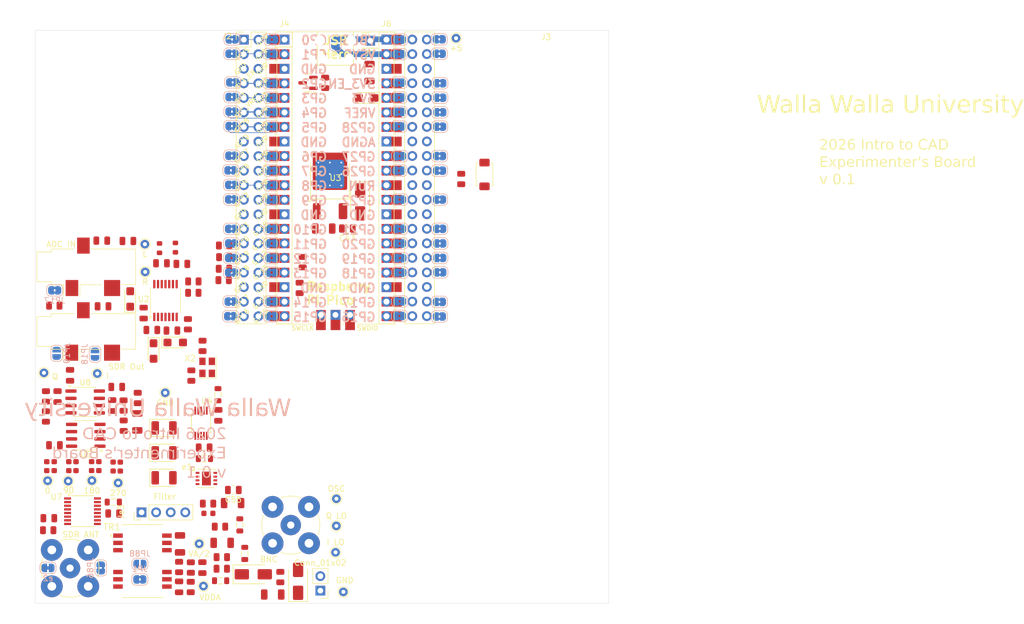
<source format=kicad_pcb>
(kicad_pcb (version 20241229) (generator "pcbnew") (generator_version "9.0")
  (layers (0 "F.Cu" signal) (4 "In1.Cu" signal) (6 "In2.Cu" signal) (2 "B.Cu" signal) (13 "F.Paste" user) (15 "B.Paste" user) (5 "F.SilkS" user "F.Silkscreen") (7 "B.SilkS" user "B.Silkscreen") (1 "F.Mask" user) (3 "B.Mask" user) (25 "Edge.Cuts" user))
  (net 0 "")
  (net 1 "GND")
  (net 2 "+3.3V")
  (net 3 "Net-(JP18-A)")
  (net 4 "Net-(C3-Pad2)")
  (net 5 "Net-(C4-Pad2)")
  (net 6 "Net-(JP86-A)")
  (net 7 "VDDA")
  (net 8 "Net-(U2-VINL)")
  (net 9 "Net-(U2-VINR)")
  (net 10 "/WS")
  (net 11 "Net-(J11-In)")
  (net 12 "Net-(JP86-B)")
  (net 13 "+4.7V")
  (net 14 "Net-(U7-1B2)")
  (net 15 "Net-(U7-1B1)")
  (net 16 "Net-(U8A--)")
  (net 17 "/I")
  (net 18 "/Q")
  (net 19 "Net-(U8B--)")
  (net 20 "Net-(Q1-D)")
  (net 21 "Net-(JP19-B)")
  (net 22 "Net-(C35-Pad1)")
  (net 23 "Net-(e1-SENSE{slash}ADJ)")
  (net 24 "Net-(Q1-G)")
  (net 25 "Net-(C42-Pad1)")
  (net 26 "Net-(U6-VOUT)")
  (net 27 "Net-(D1-Pad1)")
  (net 28 "Net-(J4-Pin_6)")
  (net 29 "Net-(J5-Pin_2)")
  (net 30 "+4.7")
  (net 31 "Net-(FB5-Pad1)")
  (net 32 "Net-(e1-EN)")
  (net 33 "Net-(J2-Pin_35)")
  (net 34 "Net-(J2-Pin_34)")
  (net 35 "Net-(J4-Pin_16)")
  (net 36 "Net-(J4-Pin_17)")
  (net 37 "Net-(J4-Pin_20)")
  (net 38 "/Si5351a/CLK2")
  (net 39 "/Q_CLK")
  (net 40 "/I_CLK")
  (net 41 "Net-(J11-Ext)")
  (net 42 "Net-(JP17-B)")
  (net 43 "Net-(JP88-B)")
  (net 44 "/BCK")
  (net 45 "/DATA")
  (net 46 "Net-(J4-Pin_14)")
  (net 47 "/SDA")
  (net 48 "/SCL")
  (net 49 "Net-(J4-Pin_9)")
  (net 50 "Net-(J4-Pin_5)")
  (net 51 "Net-(J4-Pin_19)")
  (net 52 "/Raspberry_Pi_Pico/3V3_EN")
  (net 53 "/Raspberry_Pi_Pico/RST")
  (net 60 "Net-(U2-VREF)")
  (net 61 "/Raspberry_Pi_Pico/ADC_VREF")
  (net 62 "/Raspberry_Pi_Pico/GPIO28_ADC2")
  (net 63 "/Raspberry_Pi_Pico/GPIO27_ADC1")
  (net 64 "/Raspberry_Pi_Pico/GPIO26_ADC0")
  (net 65 "/Raspberry_Pi_Pico/GPIO22")
  (net 66 "/Raspberry_Pi_Pico/GPIO21")
  (net 67 "/Raspberry_Pi_Pico/GPIO20")
  (net 68 "/Raspberry_Pi_Pico/GPIO19")
  (net 69 "/Raspberry_Pi_Pico/GPIO18")
  (net 70 "/Raspberry_Pi_Pico/GPIO17")
  (net 71 "Net-(U4-VDD)")
  (net 72 "/Raspberry_Pi_Pico/GPIO7")
  (net 73 "/Raspberry_Pi_Pico/GPIO8")
  (net 74 "/Raspberry_Pi_Pico/GPIO12")
  (net 75 "/Raspberry_Pi_Pico/GPIO13")
  (net 76 "Net-(C18-Pad2)")
  (net 77 "Net-(TR1-C_RX)")
  (net 78 "Net-(C21-Pad2)")
  (net 79 "Net-(U5A-+)")
  (net 80 "Net-(U7-VCC)")
  (net 81 "Net-(U5B-+)")
  (net 82 "Net-(C33-Pad1)")
  (net 83 "Net-(C34-Pad1)")
  (net 84 "Net-(U4-VDDO)")
  (net 85 "Net-(J4-Pin_7)")
  (net 86 "Net-(J4-Pin_12)")
  (net 87 "Net-(J2-Pin_15)")
  (net 88 "Net-(J4-Pin_11)")
  (net 89 "Net-(J2-Pin_11)")
  (net 90 "Net-(J4-Pin_2)")
  (net 91 "Net-(J2-Pin_19)")
  (net 92 "Net-(J2-Pin_1)")
  (net 93 "Net-(J2-Pin_16)")
  (net 94 "Net-(J2-Pin_12)")
  (net 95 "Net-(J2-Pin_10)")
  (net 96 "Net-(J2-Pin_2)")
  (net 97 "Net-(J2-Pin_17)")
  (net 98 "Net-(J4-Pin_4)")
  (net 99 "Net-(J2-Pin_20)")
  (net 100 "Net-(J2-Pin_14)")
  (net 101 "Net-(JP1-B)")
  (net 102 "Net-(J4-Pin_1)")
  (net 103 "Net-(J4-Pin_15)")
  (net 104 "Net-(J3-Pin_37)")
  (net 105 "Net-(J3-Pin_36)")
  (net 106 "Net-(J3-Pin_35)")
  (net 107 "Net-(J3-Pin_34)")
  (net 108 "Net-(J3-Pin_32)")
  (net 109 "Net-(J4-Pin_10)")
  (net 110 "Net-(J6-Pin_20)")
  (net 111 "Net-(J6-Pin_16)")
  (net 112 "Net-(J6-Pin_15)")
  (net 113 "Net-(J6-Pin_4)")
  (net 114 "Net-(J6-Pin_9)")
  (net 115 "Net-(J6-Pin_12)")
  (net 116 "Net-(J6-Pin_17)")
  (net 117 "Net-(J3-Pin_1)")
  (net 118 "Net-(J3-Pin_2)")
  (net 119 "Net-(J6-Pin_19)")
  (net 120 "Net-(J6-Pin_14)")
  (net 121 "Net-(J6-Pin_5)")
  (net 122 "Net-(J6-Pin_1)")
  (net 123 "Net-(J6-Pin_10)")
  (net 124 "Net-(J6-Pin_6)")
  (net 125 "Net-(J6-Pin_7)")
  (net 126 "Net-(J6-Pin_2)")
  (net 127 "/Raspberry_Pi_Pico/GPIO4")
  (net 128 "/Raspberry_Pi_Pico/GPIO5")
  (net 129 "Net-(J3-Pin_10)")
  (net 130 "Net-(J3-Pin_12)")
  (net 131 "Net-(J3-Pin_14)")
  (net 132 "Net-(J3-Pin_15)")
  (net 133 "Net-(J3-Pin_16)")
  (net 134 "Net-(J3-Pin_17)")
  (net 135 "Net-(J3-Pin_19)")
  (net 136 "Net-(J3-Pin_20)")
  (net 137 "/FMT")
  (net 138 "Net-(X2-OUT)")
  (net 139 "Net-(J2-Pin_37)")
  (net 140 "Net-(J2-Pin_36)")
  (net 141 "Net-(J2-Pin_32)")
  (net 142 "/LO_CLK")
  (net 143 "/OSC_SDA")
  (net 144 "/OSC_SCL")
  (net 151 "/MD1")
  (net 152 "Net-(U5A--)")
  (net 153 "Net-(U5B--)")
  (net 154 "Net-(U2-LRCK)")
  (net 155 "Net-(U2-BCK)")
  (net 156 "Net-(U2-DOUT)")
  (net 157 "Net-(U2-SCKI)")
  (net 159 "Net-(TR1-RX+)")
  (net 160 "Net-(TR1-RX-)")
  (net 162 "/Raspberry_Pi_Pico/GPIO0")
  (net 163 "/Raspberry_Pi_Pico/GPIO1")
  (net 164 "/Raspberry_Pi_Pico/GPIO2")
  (net 165 "/Raspberry_Pi_Pico/GPIO3")
  (net 166 "/Raspberry_Pi_Pico/GPIO6")
  (net 167 "/Raspberry_Pi_Pico/GPIO9")
  (footprint "PCM_JLCPCB:R_0805" (layer "F.Cu") (at 128.07 124.71 90)
    (property "Reference" "R1" (hide yes))
    (property "Value" "10kΩ")
  )
  (footprint "PCM_JLCPCB:R_0805" (layer "F.Cu") (at 102.8 98.35 90)
    (property "Reference" "R9" (hide yes))
    (property "Value" "47Ω")
  )
  (footprint "PCM_JLCPCB:R_0805" (layer "F.Cu") (at 151.49 40.14 90)
    (property "Reference" "R28" (hide yes))
    (property "Value" "100kΩ")
  )
  (footprint "PCM_JLCPCB:C_0805" (layer "F.Cu") (at 112.76 79.13 180)
    (property "Reference" "C29" (hide yes))
    (property "Value" "1uF")
  )
  (footprint "PCM_JLCPCB:SW_TS-1088-AR02016" (layer "F.Cu") (at 179.27 56.125 90)
    (property "Reference" "S1" (hide yes))
    (property "Value" "Tactile Button, 160gf")
  )
  (footprint "PCM_JLCPCB:TO-252-2_L6.5-W6.1-P4.58-LS10.0-TL" (layer "F.Cu") (at 152.31 59.05 90)
    (property "Reference" "U6" (hide yes))
    (property "Value" "L78M05ABDT-TR")
  )
  (footprint "PCM_JLCPCB:R_0805" (layer "F.Cu") (at 133.47 122.9)
    (property "Reference" "R7" (hide yes))
    (property "Value" "1Ω")
  )
  (footprint "PCM_JLCPCB:C_0603" (layer "F.Cu") (at 112.03 107.015 90)
    (property "Reference" "C22" (hide yes))
    (property "Value" "330pF")
  )
  (footprint "TestPoint:TestPoint_THTPad_D1.5mm_Drill0.7mm" (layer "F.Cu") (at 120.06 68.29)
    (property "Reference" "TP1")
    (property "Value" "L")
  )
  (footprint "Connector_Coaxial:BNC_TEConnectivity_1478204_Vertical" (layer "F.Cu") (at 107.005 124.815)
    (property "Reference" "J11")
    (property "Value" "SDR ANT")
  )
  (footprint "TestPoint:TestPoint_THTPad_D1.5mm_Drill0.7mm" (layer "F.Cu") (at 123.6 94.22)
    (property "Reference" "TP10")
    (property "Value" "GND")
  )
  (footprint "PCM_JLCPCB:R_0805" (layer "F.Cu") (at 127.56 82.26 -90)
    (property "Reference" "R16" (hide yes))
    (property "Value" "33Ω")
  )
  (footprint "PCM_JLCPCB:R_0805" (layer "F.Cu") (at 128.16 91.22 90)
    (property "Reference" "R22" (hide yes))
    (property "Value" "33Ω")
  )
  (footprint "PCM_JLCPCB:C_1206" (layer "F.Cu") (at 142.35 129.42 180)
    (property "Reference" "C42" (hide yes))
    (property "Value" "10uF")
  )
  (footprint "TestPoint:TestPoint_THTPad_D1.5mm_Drill0.7mm" (layer "F.Cu") (at 103.1 109.56)
    (property "Reference" "TP14")
    (property "Value" "0")
  )
  (footprint "Connector_PinHeader_2.54mm:PinHeader_1x04_P2.54mm_Vertical" (layer "F.Cu") (at 119.48 115.08 90)
    (property "Reference" "Je3")
    (property "Value" "Filter")
  )
  (footprint "PCM_JLCPCB:C_0805" (layer "F.Cu") (at 132.86 98.15 90)
    (property "Reference" "C15" (hide yes))
    (property "Value" "100nF")
  )
  (footprint "PCM_JLCPCB:C_0805" (layer "F.Cu") (at 130.39 103.77 180)
    (property "Reference" "C38" (hide yes))
    (property "Value" "100nF")
  )
  (footprint "PCM_JLCPCB:C_0603" (layer "F.Cu") (at 104.25 107.025 90)
    (property "Reference" "C16" (hide yes))
    (property "Value" "330pF")
  )
  (footprint "PCM_JLCPCB:C_0603" (layer "F.Cu") (at 110.77 107.015 90)
    (property "Reference" "C26" (hide yes))
    (property "Value" "330pF")
  )
  (footprint "Connector_PinHeader_2.54mm:PinHeader_1x02_P2.54mm_Vertical" (layer "F.Cu") (at 150.65 128.75 180)
    (property "Reference" "J5")
    (property "Value" "Conn_01x02")
  )
  (footprint "PCM_JLCPCB:R_0805" (layer "F.Cu") (at 130.11 86.04 90)
    (property "Reference" "R19" (hide yes))
    (property "Value" "33Ω")
  )
  (footprint "PCM_JLCPCB:R_0805" (layer "F.Cu") (at 116.34 96.45 90)
    (property "Reference" "R12" (hide yes))
    (property "Value" "10kΩ")
  )
  (footprint "PCM_JLCPCB:C_0805" (layer "F.Cu") (at 126.02 128.08 90)
    (property "Reference" "C20" (hide yes))
    (property "Value" "100nF")
  )
  (footprint "TestPoint:TestPoint_THTPad_D1.5mm_Drill0.7mm" (layer "F.Cu") (at 174.31 32.35)
    (property "Reference" "TP25")
    (property "Value" "+5")
  )
  (footprint "PCM_JLCPCB:R_0805" (layer "F.Cu") (at 104.26 79.01 180)
    (property "Reference" "R14" (hide yes))
    (property "Value" "100Ω")
  )
  (footprint "PCM_JLCPCB:C_1206" (layer "F.Cu") (at 126.18 120.59 90)
    (property "Reference" "C34" (hide yes))
    (property "Value" "10uF")
  )
  (footprint "TestPoint:TestPoint_THTPad_D1.5mm_Drill0.7mm" (layer "F.Cu") (at 154.66 128.96)
    (property "Reference" "TP12")
    (property "Value" "GND")
  )
  (footprint "PCM_JLCPCB:D_SMA" (layer "F.Cu") (at 138.96 125.89)
    (property "Reference" "D1" (hide yes))
    (property "Value" "SS14")
  )
  (footprint "Package_SO:SSOP-16_3.9x4.9mm_P0.635mm" (layer "F.Cu") (at 109.18 114.8825)
    (property "Reference" "U7")
    (property "Value" "SN74CBT3253")
  )
  (footprint "PCM_JLCPCB:R_0805" (layer "F.Cu") (at 103.2 118.2 180)
    (property "Reference" "R30" (hide yes))
    (property "Value" "100Ω")
  )
  (footprint "PCM_JLCPCB:C_1206" (layer "F.Cu") (at 135.35 113.47 180)
    (property "Reference" "C5" (hide yes))
    (property "Value" "10uF")
  )
  (footprint "Capacitor_SMD:C_0805_2012Metric" (layer "F.Cu") (at 155.35 65.56 180)
    (property "Reference" "C43")
    (property "Value" "0.1u")
  )
  (footprint "Intro_to_CAD:PinSocket_2x20_P2.54mm_Vertical_Counterclockwise_pins21-40" (layer "F.Cu") (at 170.06 32.58)
    (property "Reference" "J3")
    (property "Value" "Conn_02x20_Counter_Clockwise")
  )
  (footprint "PCM_JLCPCB:R_0805" (layer "F.Cu") (at 126.02 124.62 90)
    (property "Reference" "R10" (hide yes))
    (property "Value" "1Ω")
  )
  (footprint "PCM_JLCPCB:C_0805" (layer "F.Cu") (at 103.31 116.1)
    (property "Reference" "C1" (hide yes))
    (property "Value" "100nF")
  )
  (footprint "PCM_JLCPCB:C_0805" (layer "F.Cu") (at 119.84 80.31 -90)
    (property "Reference" "C11" (hide yes))
    (property "Value" "100nF")
  )
  (footprint "PCM_JLCPCB:D_SMA" (layer "F.Cu") (at 157.59 60.91 -90)
    (property "Reference" "D3" (hide yes))
    (property "Value" "SS14")
  )
  (footprint "PCM_JLCPCB:C_0603" (layer "F.Cu") (at 106.79 107.025 90)
    (property "Reference" "C19" (hide yes))
    (property "Value" "330pF")
  )
  (footprint "TestPoint:TestPoint_THTPad_D1.5mm_Drill0.7mm" (layer "F.Cu") (at 102.46 90.74)
    (property "Reference" "TP18")
    (property "Value" "Q")
  )
  (footprint "PCM_JLCPCB:R_0805" (layer "F.Cu") (at 143.67 126.38 90)
    (property "Reference" "R21" (hide yes))
    (property "Value" "1Ω")
  )
  (footprint "PCM_JLCPCB:C_0603" (layer "F.Cu") (at 131.13 115.26)
    (property "Reference" "C40" (hide yes))
    (property "Value" "4.7pF")
  )
  (footprint "PCM_JLCPCB:C_0805" (layer "F.Cu") (at 114.36 96.45 90)
    (property "Reference" "C18" (hide yes))
    (property "Value" "100pF")
  )
  (footprint "PCM_JLCPCB:C_0805" (layer "F.Cu") (at 112.54 67.67 180)
    (property "Reference" "C4" (hide yes))
    (property "Value" "1uF")
  )
  (footprint "PCM_JLCPCB:C_CASE-B-3528-21(mm)" (layer "F.Cu") (at 123.4 109.05)
    (property "Reference" "C37" (hide yes))
    (property "Value" "100uF")
  )
  (footprint "PCM_JLCPCB:C_0603" (layer "F.Cu") (at 114.52 107.085 90)
    (property "Reference" "C27" (hide yes))
    (property "Value" "330pF")
  )
  (footprint "PCM_JLCPCB:C_1206" (layer "F.Cu") (at 133.53 120.4)
    (property "Reference" "C35" (hide yes))
    (property "Value" "10uF")
  )
  (footprint "PCM_JLCPCB:R_0805" (layer "F.Cu") (at 133.87 68.52)
    (property "Reference" "R24" (hide yes))
    (property "Value" "100Ω")
  )
  (footprint "PCM_JLCPCB:C_0805" (layer "F.Cu") (at 114.61 115.28 180)
    (property "Reference" "C23" (hide yes))
    (property "Value" "100nF")
  )
  (footprint "Connector_PinSocket_2.54mm:PinSocket_1x20_P2.54mm_Vertical" (layer "F.Cu") (at 162.18 32.6)
    (property "Reference" "J6")
    (property "Value" "Conn_01x20_Socket")
  )
  (footprint "PCM_JLCPCB:Q_SOT-23" (layer "F.Cu") (at 148.5 40.14 180)
    (property "Reference" "Q1" (hide yes))
    (property "Value" "AO3401A")
  )
  (footprint "PCM_JLCPCB:R_0805" (layer "F.Cu") (at 128.51 74.79)
    (property "Reference" "R17" (hide yes))
    (property "Value" "33Ω")
  )
  (footprint "PCM_JLCPCB:R_0805" (layer "F.Cu") (at 133.46 124.92)
    (property "Reference" "R20" (hide yes))
    (property "Value" "1Ω")
  )
  (footprint "PCM_JLCPCB:R_0805" (layer "F.Cu") (at 133.79 74.56)
    (property "Reference" "R25" (hide yes))
    (property "Value" "100Ω")
  )
  (footprint "PCM_JLCPCB:C_CASE-B-3528-21(mm)" (layer "F.Cu") (at 123.4 104.7)
    (property "Reference" "C36" (hide yes))
    (property "Value" "100uF")
  )
  (footprint "PCM_JLCPCB:C_0805" (layer "F.Cu") (at 107.01 91.17 90)
    (property "Reference" "C21" (hide yes))
    (property "Value" "1uF")
  )
  (footprint "Package_SO:MSOP-10_3x3mm_P0.5mm" (layer "F.Cu") (at 129.85 99.53 -90)
    (property "Reference" "U4")
    (property "Value" "MS5351M")
  )
  (footprint "PCM_JLCPCB:C_0805" (layer "F.Cu") (at 122.95 71.62)
    (property "Reference" "C7" (hide yes))
    (property "Value" "2.2nF")
  )
  (footprint "PCM_JLCPCB:R_0805" (layer "F.Cu") (at 133.84 72.58)
    (property "Reference" "R26" (hide yes))
    (property "Value" "100Ω")
  )
  (footprint "TestPoint:TestPoint_THTPad_D1.5mm_Drill0.7mm" (layer "F.Cu") (at 120.11 73.13)
    (property "Reference" "TP2")
    (property "Value" "R")
  )
  (footprint "PCM_JLCPCB:R_0805" (layer "F.Cu") (at 147.04 75.92 90)
    (property "Reference" "R23" (hide yes))
    (property "Value" "4.7kΩ")
  )
  (footprint "PCM_JLCPCB:C_1206" (layer "F.Cu") (at 151.24 65.56)
    (property "Reference" "C41" (hide yes))
    (property "Value" "10uF")
  )
  (footprint "PCM_JLCPCB:C_1206" (layer "F.Cu") (at 118.74 99.3 -90)
    (property "Reference" "C33" (hide yes))
    (property "Value" "10uF")
  )
  (footprint "MCU_RaspberryPi_and_Boards:RPi_Pico_SMD_TH" (layer "F.Cu") (at 153.29 56.73)
    (property "Reference" "U3")
    (property "Value" "Pico")
  )
  (footprint "PCM_JLCPCB:C_CASE-B-3528-21(mm)" (layer "F.Cu") (at 123.4 100.35)
    (property "Reference" "C17" (hide yes))
    (property "Value" "100uF")
  )
  (footprint "PCM_JLCPCB:R_0805" (layer "F.Cu") (at 116.36 99.96 90)
    (property "Reference" "R8" (hide yes))
    (property "Value" "47Ω")
  )
  (footprint "PCM_JLCPCB:C_0805" (layer "F.Cu") (at 115.15 93.2 180)
    (property "Reference" "C30" (hide yes))
    (property "Value" "100nF")
  )
  (footprint "PCM_JLCPCB:R_0603" (layer "F.Cu") (at 125.38 68.89 -90)
    (property "Reference" "R2" (hide yes))
    (property "Value" "430Ω")
  )
  (footprint "PCM_JLCPCB:C_CASE-A-3216-18(mm)" (layer "F.Cu") (at 121.57 86.93 -90)
    (property "Reference" "C9" (hide yes))
    (property "Value" "10uF")
  )
  (footprint "TestPoint:TestPoint_THTPad_D1.5mm_Drill0.7mm" (layer "F.Cu") (at 106.69 109.625)
    (property "Reference" "TP16")
    (property "Value" "90")
  )
  (footprint "TestPoint:TestPoint_THTPad_D1.5mm_Drill0.7mm" (layer "F.Cu") (at 153.44 117.45 180)
    (property "Reference" "TP4")
    (property "Value" "Q LO")
  )
  (footprint "Package_SO:TSSOP-14_4.4x5mm_P0.65mm" (layer "F.Cu") (at 123.65 78.1225 90)
    (property "Reference" "U2")
    (property "Value" "PCM1808PWR")
  )
  (footprint "PCM_JLCPCB:R_0805" (layer "F.Cu") (at 147.57 71.43 -90)
    (property "Reference" "R15" (hide yes))
    (property "Value" "4.7kΩ")
  )
  (footprint "TestPoint:TestPoint_THTPad_D1.5mm_Drill0.7mm" (layer "F.Cu") (at 129.52 120.56)
    (property "Reference" "TP11")
    (property "Value" "VA/2")
  )
  (footprint "PCM_JLCPCB:R_0805" (layer "F.Cu") (at 133.9 70.55)
    (property "Reference" "R27" (hide yes))
    (property "Value" "100Ω")
  )
  (footprint "PCM_JLCPCB:C_1206" (layer "F.Cu") (at 159.22 38.34 -90)
    (property "Reference" "C2" (hide yes))
    (property "Value" "10uF")
  )
  (footprint "PCM_JLCPCB:C_0805" (layer "F.Cu") (at 104.29 103.37)
    (property "Reference" "C31" (hide yes))
    (property "Value" "100nF")
  )
  (footprint "PCM_JLCPCB:FB_0805" (layer "F.Cu") (at 133.26 127.01 180)
    (property "Reference" "FB5" (hide yes))
    (property "Value" "~")
  )
  (footprint "TestPoint:TestPoint_THTPad_D1.5mm_Drill0.7mm" (layer "F.Cu") (at 153.3 122.06 180)
    (property "Reference" "TP3")
    (property "Value" "I LO")
  )
  (footprint "PCM_JLCPCB:R_0805" (layer "F.Cu") (at 133.15 117.58)
    (property "Reference" "R6" (hide yes))
    (property "Value" "12kΩ")
  )
  (footprint "PCM_JLCPCB:FB_0805" (layer "F.Cu") (at 132.8 94.55 90)
    (property "Reference" "FB4" (hide yes))
    (property "Value" "~")
  )
  (footprint "PCM_JLCPCB:C_CASE-A-3216-18(mm)" (layer "F.Cu") (at 117.5 77.85 90)
    (property "Reference" "C44" (hide yes))
    (property "Value" "10uF")
  )
  (footprint "PCM_JLCPCB:C_0603" (layer "F.Cu") (at 108.05 107.025 90)
    (property "Reference" "C25" (hide yes))
    (property "Value" "330pF")
  )
  (footprint "TestPoint:TestPoint_THTPad_D1.5mm_Drill0.7mm" (layer "F.Cu") (at 153.45 112.71 180)
    (property "Reference" "TP5")
    (property "Value" "OSC")
  )
  (footprint "PCM_JLCPCB:C_0603" (layer "F.Cu") (at 102.95 107.025 90)
    (property "Reference" "C14" (hide yes))
    (property "Value" "330pF")
  )
  (footprint "PCM_JLCPCB:R_0805" (layer "F.Cu") (at 131.07 113.56 180)
    (property "Reference" "R5" (hide yes))
    (property "Value" "33kΩ")
  )
  (footprint "Package_DFN_QFN:DFN-8-1EP_3x3mm_P0.65mm_EP1.55x2.4mm" (layer "F.Cu") (at 130.7875 109.17)
    (property "Reference" "e1")
    (property "Value" "SGM2205-ADJXTDB8G/TR")
  )
  (footprint "PCM_JLCPCB:R_0805" (layer "F.Cu") (at 175.21 56.915 90)
    (property "Reference" "R29" (hide yes))
    (property "Value" "20kΩ")
  )
  (footprint "PCM_JLCPCB:R_0805" (layer "F.Cu") (at 128.5 76.77)
    (property "Reference" "R18" (hide yes))
    (property "Value" "33Ω")
  )
  (footprint "PCM_JLCPCB:C_0805" (layer "F.Cu") (at 130.08 124.73 -90)
    (property "Reference" "C32" (hide yes))
    (property "Value" "100nF")
  )
  (footprint "Connector_PinSocket_2.54mm:PinSocket_1x20_P2.54mm_Vertical" (layer "F.Cu") (at 144.4 32.6)
    (property "Reference" "J4")
    (property "Value" "Conn_01x20_Socket")
  )
  (footprint "PCM_JLCPCB:C_0805" (layer "F.Cu") (at 126.5 71.73)
    (property "Reference" "C6" (hide yes))
    (property "Value" "2.2nF")
  )
  (footprint "PCM_JLCPCB:R_0805" (layer "F.Cu") (at 128.05 128.11 90)
    (property "Reference" "R4" (hide yes))
    (property "Value" "10kΩ")
  )
  (footprint "PCM_JLCPCB:FB_0805" (layer "F.Cu") (at 137.47 122.25 90)
    (property "Reference" "FB2" (hide yes))
    (property "Value" "~")
  )
  (footprint "Intro_to_CAD:XFMR_H1102NLT" (layer "F.Cu") (at 119.633 123.59)
    (property "Reference" "TR1")
    (property "Value" "H1102NLT")
  )
  (footprint "Capacitor_SMD:C_0805_2012Metric" (layer "F.Cu") (at 135.48 111.18 180)
    (property "Reference" "C55")
    (property "Value" "0.1u")
  )
  (footprint "Connector_PinHeader_2.54mm:PinHeader_1x01_P2.54mm_Vertical" (layer "F.Cu") (at 159.34 32.79)
    (property "Reference" "J7")
    (property "Value" "Conn_01x01_Pin")
  )
  (footprint "PCM_JLCPCB:R_0805" (layer "F.Cu") (at 102.81 94.85 90)
    (property "Reference" "R13" (hide yes))
    (property "Value" "10kΩ")
  )
  (footprint "TestPoint:TestPoint_THTPad_D1.5mm_Drill0.7mm" (layer "F.Cu") (at 111.76 90.86)
    (property "Reference" "TP17")
    (property "Value" "I")
  )
  (footprint "PCM_JLCPCB:FB_0805" (layer "F.Cu") (at 130.44 105.71 180)
    (property "Reference" "FB1" (hide yes))
    (property "Value" "~")
  )
  (footprint "Connector_Coaxial:BNC_TEConnectivity_1478204_Vertical" (layer "F.Cu") (at 145.495 117.305 180)
    (property "Reference" "J8")
    (property "Value" "BNC")
  )
  (footprint "PCM_JLCPCB:C_0805" (layer "F.Cu") (at 121.27 83.26)
    (property "Reference" "C13" (hide yes))
    (property "Value" "100nF")
  )
  (footprint "PCM_JLCPCB:R_0805" (layer "F.Cu") (at 118.81 95.13 -90)
    (property "Reference" "R11" (hide yes))
    (property "Value" "1Ω")
  )
  (footprint "Oscillator:Oscillator_SMD_Abracon_ASE-4Pin_3.2x2.5mm" (layer "F.Cu") (at 130.915 89.78 90)
    (property "Reference" "X2")
    (property "Value" "YC24.576MUBCE2O")
  )
  (footprint "PCM_JLCPCB:D_SMA" (layer "F.Cu") (at 146.77 127.12 90)
    (property "Reference" "D2" (hide yes))
    (property "Value" "SS14")
  )
  (footprint "TestPoint:TestPoint_THTPad_D1.5mm_Drill0.7mm" (layer "F.Cu") (at 115.4 109.95)
    (property "Reference" "TP7")
    (property "Value" "270")
  )
  (footprint "PCM_JLCPCB:C_0805" (layer "F.Cu") (at 117.1 67.73 180)
    (property "Reference" "C3" (hide yes))
    (property "Value" "1uF")
  )
  (footprint "PCM_JLCPCB:C_0603" (layer "F.Cu") (at 115.77 107.095 90)
    (property "Reference" "C24" (hide yes))
    (property "Value" "330pF")
  )
  (footprint "PCM_JLCPCB:C_CASE-A-3216-18(mm)" (layer "F.Cu") (at 158.73 42.78 180)
    (property "Reference" "C39" (hide yes))
    (property "Value" "10uF")
  )
  (footprint "TestPoint:TestPoint_THTPad_D1.5mm_Drill0.7mm" (layer "F.Cu") (at 110.82 109.535)
    (property "Reference" "TP6")
    (property "Value" "180")
  )
  (footprint "TestPoint:TestPoint_THTPad_D1.5mm_Drill0.7mm" (layer "F.Cu") (at 130.27 127.95)
    (property "Reference" "TP26")
    (property "Value" "VDDA")
  )
  (footprint "Intro_to_CAD:Jack_3.5mm_CUI_SJ-3523-SMT_Horizontal" (layer "F.Cu") (at 109.84 72.24 90)
    (property "Reference" "J1")
    (property "Value" "ADC IN")
  )
  (footprint "PCM_JLCPCB:C_CASE-A-3216-18(mm)" (layer "F.Cu") (at 125.35 85.44)
    (property "Reference" "C8" (hide yes))
    (property "Value" "10uF")
  )
  (footprint "PCM_JLCPCB:FB_0805" (layer "F.Cu") (at 136.61 117.27 -90)
    (property "Reference" "FB6" (hide yes))
    (property "Value" "~")
  )
  (footprint "Package_SO:SOIC-8_3.9x4.9mm_P1.27mm" (layer "F.Cu") (at 109.755 101.635 180)
    (property "Reference" "U5")
    (property "Value" "OPA1612AxD")
  )
  (footprint "PCM_JLCPCB:C_0805" (layer "F.Cu") (at 124.77 83.36 180)
    (property "Reference" "C10" (hide yes))
    (property "Value" "100nF")
  )
  (footprint "Package_SO:SOIC-8_3.9x4.9mm_P1.27mm" (layer "F.Cu") (at 109.645 95.825)
    (property "Reference" "U8")
    (property "Value" "OPA1612AxD")
  )
  (footprint "PCM_JLCPCB:R_0603" (layer "F.Cu") (at 122.61 68.98 -90)
    (property "Reference" "R3" (hide yes))
    (property "Value" "430Ω")
  )
  (footprint "Intro_to_CAD:PinSocket_2x20_P2.54mm_Vertical_pins1-20" (layer "F.Cu") (at 140.69 32.606)
    (property "Reference" "J2")
    (property "Value" "Conn_02x20_Counter_Clockwise")
  )
  (footprint "PCM_JLCPCB:C_0805" (layer "F.Cu") (at 104.83 94.88 90)
    (property "Reference" "C28" (hide yes))
    (property "Value" "100pF")
  )
  (footprint "PCM_JLCPCB:FB_0805" (layer "F.Cu") (at 114.55 113.29)
    (property "Reference" "FB3" (hide yes))
    (property "Value" "~")
  )
  (footprint "Intro_to_CAD:Jack_3.5mm_CUI_SJ-3523-SMT_Horizontal" (layer "F.Cu") (at 109.83 83.52 90)
    (property "Reference" "J12")
    (property "Value" "SDR Out")
  )
  (footprint "Jumper:SolderJumper-2_P1.3mm_Bridged2Bar_RoundedPad1.0x1.5mm" (layer "B.Cu") (at 164.47 68.16 180)
    (property "Reference" "JP45" (hide yes))
    (property "Value" "Jumper_2_Bridged")
  )
  (footprint "Jumper:SolderJumper-2_P1.3mm_Bridged2Bar_RoundedPad1.0x1.5mm" (layer "B.Cu") (at 171.41 78.36 180)
    (property "Reference" "JP33" (hide yes))
    (property "Value" "Jumper_2_Bridged")
  )
  (footprint "Jumper:SolderJumper-2_P1.3mm_Bridged2Bar_RoundedPad1.0x1.5mm" (layer "B.Cu") (at 142.14 47.79 180)
    (property "Reference" "JP56" (hide yes))
    (property "Value" "Jumper_2_Bridged")
  )
  (footprint "Jumper:SolderJumper-2_P1.3mm_Bridged2Bar_RoundedPad1.0x1.5mm" (layer "B.Cu") (at 135.17 65.62 180)
    (property "Reference" "JP78" (hide yes))
    (property "Value" "Jumper_2_Bridged")
  )
  (footprint "Jumper:SolderJumper-2_P1.3mm_Bridged2Bar_RoundedPad1.0x1.5mm" (layer "B.Cu") (at 119.18 126.79 180)
    (property "Reference" "JP1")
    (property "Value" "Jumper_2_Bridged")
  )
  (footprint "Jumper:SolderJumper-2_P1.3mm_Bridged2Bar_RoundedPad1.0x1.5mm" (layer "B.Cu") (at 142.16 55.46 180)
    (property "Reference" "JP58" (hide yes))
    (property "Value" "Jumper_2_Bridged")
  )
  (footprint "Jumper:SolderJumper-2_P1.3mm_Bridged2Bar_RoundedPad1.0x1.5mm" (layer "B.Cu") (at 135.17 60.48 180)
    (property "Reference" "JP77" (hide yes))
    (property "Value" "Jumper_2_Bridged")
  )
  (footprint "Jumper:SolderJumper-2_P1.3mm_Bridged2Bar_RoundedPad1.0x1.5mm" (layer "B.Cu") (at 135.21 52.86 180)
    (property "Reference" "JP74" (hide yes))
    (property "Value" "Jumper_2_Bridged")
  )
  (footprint "Jumper:SolderJumper-2_P1.3mm_Bridged2Bar_RoundedPad1.0x1.5mm" (layer "B.Cu") (at 171.46 47.785 180)
    (property "Reference" "JP25" (hide yes))
    (property "Value" "Jumper_2_Bridged")
  )
  (footprint "Jumper:SolderJumper-2_P1.3mm_Open_RoundedPad1.0x1.5mm" (layer "B.Cu") (at 153.28 33.19 -90)
    (property "Reference" "JP50" (hide yes))
    (property "Value" "USB Only" (hide yes))
  )
  (footprint "Jumper:SolderJumper-2_P1.3mm_Bridged2Bar_RoundedPad1.0x1.5mm" (layer "B.Cu") (at 142.16 80.86 180)
    (property "Reference" "JP66" (hide yes))
    (property "Value" "Jumper_2_Bridged")
  )
  (footprint "Jumper:SolderJumper-2_P1.3mm_Bridged2Bar_RoundedPad1.0x1.5mm" (layer "B.Cu") (at 135.17 68.16 180)
    (property "Reference" "JP79" (hide yes))
    (property "Value" "Jumper_2_Bridged")
  )
  (footprint "Jumper:SolderJumper-2_P1.3mm_Bridged2Bar_RoundedPad1.0x1.5mm" (layer "B.Cu") (at 112.36 124.78 -90)
    (property "Reference" "JP86")
    (property "Value" "Jumper_2_Bridged")
  )
  (footprint "Jumper:SolderJumper-2_P1.3mm_Bridged2Bar_RoundedPad1.0x1.5mm" (layer "B.Cu") (at 135.235 42.61 180)
    (property "Reference" "JP71" (hide yes))
    (property "Value" "Jumper_2_Bridged")
  )
  (footprint "Jumper:SolderJumper-2_P1.3mm_Bridged2Bar_RoundedPad1.0x1.5mm" (layer "B.Cu") (at 135.18 57.94 180)
    (property "Reference" "JP76" (hide yes))
    (property "Value" "Jumper_2_Bridged")
  )
  (footprint "Jumper:SolderJumper-2_P1.3mm_Bridged2Bar_RoundedPad1.0x1.5mm" (layer "B.Cu") (at 171.485 70.685 180)
    (property "Reference" "JP31" (hide yes))
    (property "Value" "Jumper_2_Bridged")
  )
  (footprint "Jumper:SolderJumper-2_P1.3mm_Bridged2Bar_RoundedPad1.0x1.5mm" (layer "B.Cu") (at 135.01 80.86 180)
    (property "Reference" "JP83" (hide yes))
    (property "Value" "Jumper_2_Bridged")
  )
  (footprint "Jumper:SolderJumper-2_P1.3mm_Bridged2Bar_RoundedPad1.0x1.5mm" (layer "B.Cu") (at 164.47 65.61 180)
    (property "Reference" "JP44" (hide yes))
    (property "Value" "Jumper_2_Bridged")
  )
  (footprint "Jumper:SolderJumper-2_P1.3mm_Bridged2Bar_RoundedPad1.0x1.5mm" (layer "B.Cu") (at 171.435 55.46 180)
    (property "Reference" "JP27" (hide yes))
    (property "Value" "Jumper_2_Bridged")
  )
  (footprint "Jumper:SolderJumper-2_P1.3mm_Bridged2Bar_RoundedPad1.0x1.5mm" (layer "B.Cu") (at 135.36 40.06 180)
    (property "Reference" "JP70" (hide yes))
    (property "Value" "Jumper_2_Bridged")
  )
  (footprint "Jumper:SolderJumper-2_P1.3mm_Bridged2Bar_RoundedPad1.0x1.5mm" (layer "B.Cu") (at 142.16 52.92 180)
    (property "Reference" "JP57" (hide yes))
    (property "Value" "Jumper_2_Bridged")
  )
  (footprint "Jumper:SolderJumper-2_P1.3mm_Open_RoundedPad1.0x1.5mm" (layer "B.Cu") (at 111.36 87.48 -90)
    (property "Reference" "JP18")
    (property "Value" "GND_LP_SND")
  )
  (footprint "Jumper:SolderJumper-2_P1.3mm_Bridged2Bar_RoundedPad1.0x1.5mm" (layer "B.Cu") (at 142.16 70.7 180)
    (property "Reference" "JP63" (hide yes))
    (property "Value" "Jumper_2_Bridged")
  )
  (footprint "Jumper:SolderJumper-2_P1.3mm_Bridged2Bar_RoundedPad1.0x1.5mm" (layer "B.Cu") (at 135.235 47.685 180)
    (property "Reference" "JP73" (hide yes))
    (property "Value" "Jumper_2_Bridged")
  )
  (footprint "Jumper:SolderJumper-2_P1.3mm_Bridged2Bar_RoundedPad1.0x1.5mm" (layer "B.Cu") (at 142.15 45.25 180)
    (property "Reference" "JP55" (hide yes))
    (property "Value" "Jumper_2_Bridged")
  )
  (footprint "Jumper:SolderJumper-2_P1.3mm_Bridged2Bar_RoundedPad1.0x1.5mm" (layer "B.Cu") (at 164.47 52.93 180)
    (property "Reference" "JP41" (hide yes))
    (property "Value" "Jumper_2_Bridged")
  )
  (footprint "Jumper:SolderJumper-2_P1.3mm_Bridged_RoundedPad1.0x1.5mm" (layer "B.Cu") (at 103.16 124.78)
    (property "Reference" "e2")
    (property "Value" "Groundloop_Insurance")
  )
  (footprint "Jumper:SolderJumper-2_P1.3mm_Bridged2Bar_RoundedPad1.0x1.5mm" (layer "B.Cu") (at 135.17 70.7 180)
    (property "Reference" "JP80" (hide yes))
    (property "Value" "Jumper_2_Bridged")
  )
  (footprint "Jumper:SolderJumper-2_P1.3mm_Bridged2Bar_RoundedPad1.0x1.5mm" (layer "B.Cu") (at 164.47 60.51 180)
    (property "Reference" "JP43" (hide yes))
    (property "Value" "Jumper_2_Bridged")
  )
  (footprint "Jumper:SolderJumper-2_P1.3mm_Bridged2Bar_RoundedPad1.0x1.5mm" (layer "B.Cu") (at 164.39 45.22 180)
    (property "Reference" "JP39" (hide yes))
    (property "Value" "Jumper_2_Bridged")
  )
  (footprint "Jumper:SolderJumper-2_P1.3mm_Bridged2Bar_RoundedPad1.0x1.5mm" (layer "B.Cu") (at 171.435 52.91 180)
    (property "Reference" "JP26" (hide yes))
    (property "Value" "Jumper_2_Bridged")
  )
  (footprint "Jumper:SolderJumper-2_P1.3mm_Bridged2Bar_RoundedPad1.0x1.5mm" (layer "B.Cu") (at 135.26 32.56 180)
    (property "Reference" "JP67" (hide yes))
    (property "Value" "Jumper_2_Bridged")
  )
  (footprint "Jumper:SolderJumper-2_P1.3mm_Bridged2Bar_RoundedPad1.0x1.5mm" (layer "B.Cu") (at 171.46 65.61 180)
    (property "Reference" "JP29" (hide yes))
    (property "Value" "Jumper_2_Bridged")
  )
  (footprint "Jumper:SolderJumper-2_P1.3mm_Bridged2Bar_RoundedPad1.0x1.5mm" (layer "B.Cu") (at 171.41 80.91 180)
    (property "Reference" "JP34" (hide yes))
    (property "Value" "Jumper_2_Bridged")
  )
  (footprint "Jumper:SolderJumper-2_P1.3mm_Bridged2Bar_RoundedPad1.0x1.5mm" (layer "B.Cu") (at 164.44 80.82 180)
    (property "Reference" "JP49" (hide yes))
    (property "Value" "Jumper_2_Bridged")
  )
  (footprint "Jumper:SolderJumper-2_P1.3mm_Bridged2Bar_RoundedPad1.0x1.5mm" (layer "B.Cu") (at 164.37 35.14 180)
    (property "Reference" "JP36" (hide yes))
    (property "Value" "Jumper_2_Bridged")
  )
  (footprint "Jumper:SolderJumper-2_P1.3mm_Bridged2Bar_RoundedPad1.0x1.5mm" (layer "B.Cu") (at 164.35 47.76 180)
    (property "Reference" "JP40" (hide yes))
    (property "Value" "Jumper_2_Bridged")
  )
  (footprint "Jumper:SolderJumper-2_P1.3mm_Bridged2Bar_RoundedPad1.0x1.5mm" (layer "B.Cu") (at 142.16 78.32 180)
    (property "Reference" "JP65" (hide yes))
    (property "Value" "Jumper_2_Bridged")
  )
  (footprint "Jumper:SolderJumper-2_P1.3mm_Bridged2Bar_RoundedPad1.0x1.5mm" (layer "B.Cu") (at 171.435 60.51 180)
    (property "Reference" "JP28" (hide yes))
    (property "Value" "Jumper_2_Bridged")
  )
  (footprint "Jumper:SolderJumper-2_P1.3mm_Bridged2Bar_RoundedPad1.0x1.5mm" (layer "B.Cu") (at 135.235 35.06 180)
    (property "Reference" "JP68" (hide yes))
    (property "Value" "Jumper_2_Bridged")
  )
  (footprint "Jumper:SolderJumper-2_P1.3mm_Bridged2Bar_RoundedPad1.0x1.5mm" (layer "B.Cu") (at 171.485 73.21 180)
    (property "Reference" "JP32" (hide yes))
    (property "Value" "Jumper_2_Bridged")
  )
  (footprint "Jumper:SolderJumper-2_P1.3mm_Bridged2Bar_RoundedPad1.0x1.5mm" (layer "B.Cu") (at 171.485 68.16 180)
    (property "Reference" "JP30" (hide yes))
    (property "Value" "Jumper_2_Bridged")
  )
  (footprint "Jumper:SolderJumper-2_P1.3mm_Bridged2Bar_RoundedPad1.0x1.5mm" (layer "B.Cu") (at 164.34 55.46 180)
    (property "Reference" "JP42" (hide yes))
    (property "Value" "Jumper_2_Bridged")
  )
  (footprint "Jumper:SolderJumper-2_P1.3mm_Bridged2Bar_RoundedPad1.0x1.5mm" (layer "B.Cu") (at 142.13 42.75 180)
    (property "Reference" "JP54" (hide yes))
    (property "Value" "Jumper_2_Bridged")
  )
  (footprint "Jumper:SolderJumper-2_P1.3mm_Bridged2Bar_RoundedPad1.0x1.5mm" (layer "B.Cu") (at 142.19 32.59 180)
    (property "Reference" "JP51" (hide yes))
    (property "Value" "Jumper_2_Bridged")
  )
  (footprint "Jumper:SolderJumper-2_P1.3mm_Bridged2Bar_RoundedPad1.0x1.5mm" (layer "B.Cu") (at 142.16 68.16 180)
    (property "Reference" "JP62" (hide yes))
    (property "Value" "Jumper_2_Bridged")
  )
  (footprint "Jumper:SolderJumper-2_P1.3mm_Bridged2Bar_RoundedPad1.0x1.5mm" (layer "B.Cu") (at 142.13 40.25 180)
    (property "Reference" "JP53" (hide yes))
    (property "Value" "Jumper_2_Bridged")
  )
  (footprint "Jumper:SolderJumper-2_P1.3mm_Bridged2Bar_RoundedPad1.0x1.5mm" (layer "B.Cu") (at 142.16 60.54 180)
    (property "Reference" "JP60" (hide yes))
    (property "Value" "Jumper_2_Bridged")
  )
  (footprint "Jumper:SolderJumper-2_P1.3mm_Bridged2Bar_RoundedPad1.0x1.5mm" (layer "B.Cu") (at 164.53 73.25 180)
    (property "Reference" "JP47" (hide yes))
    (property "Value" "Jumper_2_Bridged")
  )
  (footprint "Jumper:SolderJumper-2_P1.3mm_Bridged2Bar_RoundedPad1.0x1.5mm" (layer "B.Cu") (at 135.235 45.16 180)
    (property "Reference" "JP72" (hide yes))
    (property "Value" "Jumper_2_Bridged")
  )
  (footprint "Jumper:SolderJumper-2_P1.3mm_Bridged2Bar_RoundedPad1.0x1.5mm" (layer "B.Cu") (at 164.36 42.71 180)
    (property "Reference" "JP38" (hide yes))
    (property "Value" "Jumper_2_Bridged")
  )
  (footprint "Jumper:SolderJumper-2_P1.3mm_Bridged2Bar_RoundedPad1.0x1.5mm" (layer "B.Cu") (at 164.53 70.72 180)
    (property "Reference" "JP46" (hide yes))
    (property "Value" "Jumper_2_Bridged")
  )
  (footprint "Jumper:SolderJumper-2_P1.3mm_Bridged2Bar_RoundedPad1.0x1.5mm" (layer "B.Cu") (at 142.16 65.62 180)
    (property "Reference" "JP61" (hide yes))
    (property "Value" "Jumper_2_Bridged")
  )
  (footprint "Jumper:SolderJumper-2_P1.3mm_Bridged2Bar_RoundedPad1.0x1.5mm" (layer "B.Cu") (at 135.17 73.24 180)
    (property "Reference" "JP81" (hide yes))
    (property "Value" "Jumper_2_Bridged")
  )
  (footprint "Jumper:SolderJumper-2_P1.3mm_Bridged2Bar_RoundedPad1.0x1.5mm" (layer "B.Cu") (at 142.16 73.24 180)
    (property "Reference" "JP64" (hide yes))
    (property "Value" "Jumper_2_Bridged")
  )
  (footprint "Jumper:SolderJumper-2_P1.3mm_Bridged2Bar_RoundedPad1.0x1.5mm" (layer "B.Cu") (at 164.48 78.28 180)
    (property "Reference" "JP48" (hide yes))
    (property "Value" "Jumper_2_Bridged")
  )
  (footprint "Jumper:SolderJumper-2_P1.3mm_Bridged2Bar_RoundedPad1.0x1.5mm" (layer "B.Cu") (at 135.06 55.41 180)
    (property "Reference" "JP75" (hide yes))
    (property "Value" "Jumper_2_Bridged")
  )
  (footprint "Jumper:SolderJumper-2_P1.3mm_Bridged2Bar_RoundedPad1.0x1.5mm" (layer "B.Cu") (at 104.33 76.34)
    (property "Reference" "JP17")
    (property "Value" "Jumper_2_Bridged")
  )
  (footprint "Jumper:SolderJumper-2_P1.3mm_Bridged2Bar_RoundedPad1.0x1.5mm" (layer "B.Cu") (at 171.485 45.285 180)
    (property "Reference" "JP24" (hide yes))
    (property "Value" "Jumper_2_Bridged")
  )
  (footprint "Jumper:SolderJumper-2_P1.3mm_Bridged2Bar_RoundedPad1.0x1.5mm" (layer "B.Cu") (at 142.13 35.1 180)
    (property "Reference" "JP52" (hide yes))
    (property "Value" "Jumper_2_Bridged")
  )
  (footprint "Jumper:SolderJumper-2_P1.3mm_Bridged2Bar_RoundedPad1.0x1.5mm" (layer "B.Cu") (at 171.485 42.735 180)
    (property "Reference" "JP23" (hide yes))
    (property "Value" "Jumper_2_Bridged")
  )
  (footprint "Jumper:SolderJumper-2_P1.3mm_Bridged2Bar_RoundedPad1.0x1.5mm" (layer "B.Cu") (at 171.485 40.21 180)
    (property "Reference" "JP22" (hide yes))
    (property "Value" "Jumper_2_Bridged")
  )
  (footprint "Jumper:SolderJumper-2_P1.3mm_Bridged2Bar_RoundedPad1.0x1.5mm" (layer "B.Cu") (at 142.16 58 180)
    (property "Reference" "JP59" (hide yes))
    (property "Value" "Jumper_2_Bridged")
  )
  (footprint "Jumper:SolderJumper-2_P1.3mm_Bridged2Bar_RoundedPad1.0x1.5mm" (layer "B.Cu") (at 164.39 40.11 180)
    (property "Reference" "JP37" (hide yes))
    (property "Value" "Jumper_2_Bridged")
  )
  (footprint "Jumper:SolderJumper-2_P1.3mm_Bridged2Bar_RoundedPad1.0x1.5mm" (layer "B.Cu") (at 135.085 78.31 180)
    (property "Reference" "JP82" (hide yes))
    (property "Value" "Jumper_2_Bridged")
  )
  (footprint "Jumper:SolderJumper-2_P1.3mm_Bridged2Bar_RoundedPad1.0x1.5mm" (layer "B.Cu") (at 171.385 35.06 180)
    (property "Reference" "JP21" (hide yes))
    (property "Value" "Jumper_2_Bridged")
  )
  (footprint "Jumper:SolderJumper-2_P1.3mm_Bridged2Bar_RoundedPad1.0x1.5mm" (layer "B.Cu") (at 171.385 32.535 180)
    (property "Reference" "JP20" (hide yes))
    (property "Value" "Jumper_2_Bridged")
  )
  (footprint "Jumper:SolderJumper-2_P1.3mm_Bridged2Bar_RoundedPad1.0x1.5mm" (layer "B.Cu") (at 164.45 32.59 180)
    (property "Reference" "JP35" (hide yes))
    (property "Value" "Jumper_2_Bridged")
  )
  (footprint "Jumper:SolderJumper-2_P1.3mm_Open_RoundedPad1.0x1.5mm" (layer "B.Cu") (at 119.19 124.1 180)
    (property "Reference" "JP88")
    (property "Value" "GND_LP_SND")
  )
  (footprint "Jumper:SolderJumper-2_P1.3mm_Open_RoundedPad1.0x1.5mm" (layer "B.Cu") (at 104.67 87.33 90)
    (property "Reference" "JP19")
    (property "Value" "GND_LP_SND")
  )
  (gr_line (start 156.41 37.08) (end 156.43 31.14) (stroke (width 0.15)) (layer "F.SilkS"))
  (gr_line (start 150.12 31.18) (end 150.15 37.08) (stroke (width 0.15)) (layer "F.SilkS"))
  (gr_line (start 150.15 37.08) (end 156.41 37.08) (stroke (width 0.15)) (layer "F.SilkS"))
  (gr_rect (start 100.95 30.95) (end 200.95 130.95) (stroke (width 0.05)) (fill no) (layer "Edge.Cuts"))
  (gr_text "Raspberry\nPi Pico" (at 148.12 78.95 0) (layer "F.SilkS") (effects (font (size 1.5 1.5) (thickness 0.3) (bold yes)) (justify left bottom)))
  (gr_text "2026 Intro to CAD\nExperimenter's Board\nv 0.1" (at 237.63 58.14 0) (layer "F.SilkS") (effects (font (size 1.8 1.8) (thickness 0.2)) (justify left bottom)))
  (gr_text "Walla Walla University" (at 226.77 45.84 0) (layer "F.SilkS") (effects (font (size 3 3)) (justify left bottom)))
  (gr_text "USB\nHere" (at 150.69 36.03 0) (layer "F.SilkS") (effects (font (size 1.5 1.5) (thickness 0.3) (bold yes)) (justify left bottom)))
  (gr_text "VBUS\nVSYS\nGND\n3V3_EN\n3V3\nVREF\nGP28\nAGND\nGP27\nGP26\nRUN\nGP22\nGND\nGP21\nGP20\nGP19\nGP18\nGND\nGP17\nGP16" (at 160.44 81.97 0) (layer "B.SilkS") (effects (font (size 1.58 1.5) (thickness 0.3) (bold yes)) (justify left bottom mirror)))
  (gr_text "Walla Walla University" (at 145.59 98.79 0) (layer "B.SilkS") (effects (font (size 3 3)) (justify left bottom mirror)))
  (gr_text "GP0\nGP1\nGND\nGP2\nGP3\nGP4\nGP5\nGND\nGP6\nGP7\nGP8\nGP9\nGND\nGP10\nGP11\nGP12\nGP13\nGND\nGP14\nGP15" (at 151.99 81.96 0) (layer "B.SilkS") (effects (font (size 1.58 1.5) (thickness 0.3) (bold yes)) (justify left bottom mirror)))
  (gr_text "2026 Intro to CAD\nExperimenter's Board\nv 0.1" (at 134.27 109.38 0) (layer "B.SilkS") (effects (font (size 2 2) (thickness 0.2)) (justify left bottom mirror)))
  (segment (start 153.28 33.84) (end 154.58 35.14) (width 1) (layer "B.Cu") (net 13))
  (segment (start 163.72 35.14) (end 162.21 35.14) (width 0.1) (layer "B.Cu") (net 13))
  (segment (start 154.58 35.14) (end 163.72 35.14) (width 1) (layer "B.Cu") (net 13))
  (segment (start 135.885 45.16) (end 141.41 45.16) (width 0.1) (layer "B.Cu") (net 33))
  (segment (start 141.455 45.301) (end 135.725 45.301) (width 0.1) (layer "B.Cu") (net 33))
  (segment (start 139.84 47.826) (end 135.67 47.826) (width 0.1) (layer "B.Cu") (net 34))
  (segment (start 141.49 47.79) (end 135.99 47.79) (width 0.1) (layer "B.Cu") (net 34))
  (segment (start 139.84 47.826) (end 141.405 47.826) (width 0.1) (layer "B.Cu") (net 34))
  (segment (start 141.51 58) (end 135.89 58) (width 0.1) (layer "B.Cu") (net 89))
  (segment (start 141.54 32.59) (end 135.94 32.59) (width 0.1) (layer "B.Cu") (net 92))
  (segment (start 135.885 35.06) (end 141.44 35.06) (width 0.1) (layer "B.Cu") (net 96))
  (segment (start 162.19 32.575) (end 160.635 32.575) (width 0.1) (layer "B.Cu") (net 122))
  (segment (start 153.28 32.54) (end 162.15 32.54) (width 1) (layer "B.Cu") (net 122))
  (segment (start 160.56 35.1) (end 162.175 35.1) (width 0.1) (layer "B.Cu") (net 126))
  (segment (start 134.585 45.915) (end 134.97 46.3) (width 0.1) (layer "B.Cu") (net 127))
  (segment (start 134.585 45.16) (end 134.585 45.915) (width 0.1) (layer "B.Cu") (net 127))
  (segment (start 134.97 46.3) (end 142.67 46.3) (width 0.1) (layer "B.Cu") (net 127))
  (segment (start 134.585 48.44) (end 134.975 48.83) (width 0.1) (layer "B.Cu") (net 128))
  (segment (start 134.975 48.83) (end 142.232844 48.83) (width 0.1) (layer "B.Cu") (net 128))
  (segment (start 134.585 47.685) (end 134.585 48.44) (width 0.1) (layer "B.Cu") (net 128))
  (segment (start 141.455 40.226) (end 135.76 40.226) (width 0.1) (layer "B.Cu") (net 139))
  (segment (start 141.48 40.25) (end 136.2 40.25) (width 0.1) (layer "B.Cu") (net 139))
  (segment (start 141.48 42.75) (end 136.025 42.75) (width 0.1) (layer "B.Cu") (net 140))
  (segment (start 141.455 42.751) (end 135.655 42.751) (width 0.1) (layer "B.Cu") (net 140))
  (segment (start 141.405 52.926) (end 139.86 52.926) (width 0.1) (layer "B.Cu") (net 141))
)
</source>
